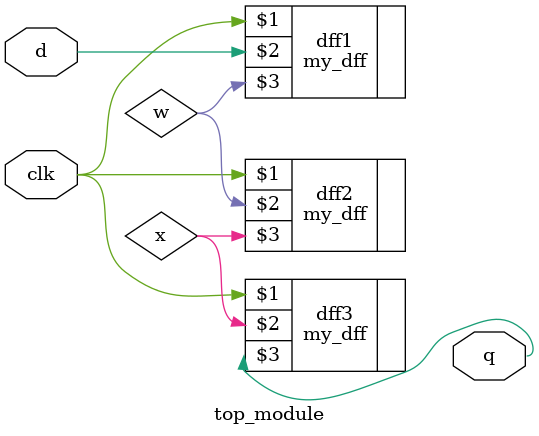
<source format=sv>
module top_module ( input clk, input d, output q );
wire w,x;
    my_dff dff1(clk,d,w);
    my_dff dff2(clk,w,x);
    my_dff dff3(clk,x,q);
endmodule

</source>
